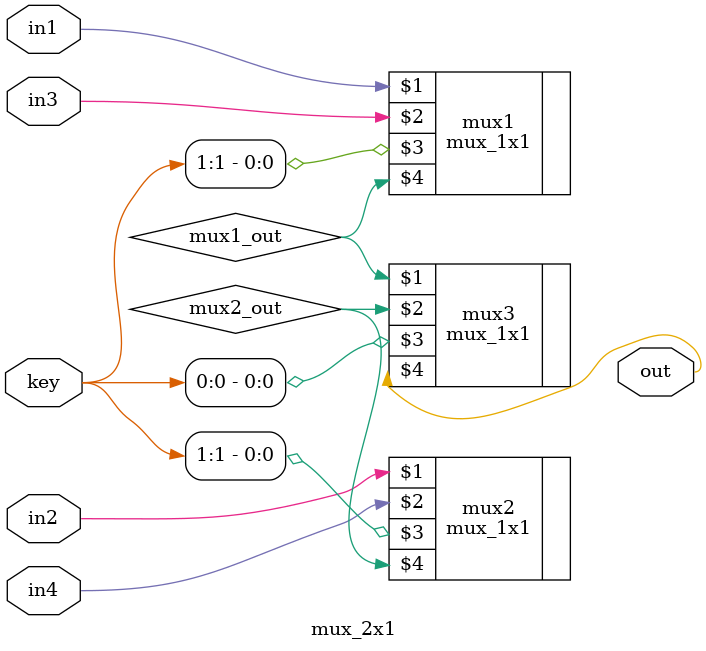
<source format=v>

`ifndef MULTIPLEXER_2X1
`define MULTIPLEXER_2X1

`include "mux_1x1.v"

module mux_2x1 (input in1, input in2, input in3, input in4, input [1:0] key, output out);

    wire mux1_out, mux2_out;
	
	mux_1x1 mux1(in1, in3, key[1], mux1_out);
	mux_1x1 mux2(in2, in4, key[1], mux2_out);
	mux_1x1 mux3(mux1_out, mux2_out, key[0], out);

endmodule

`endif
</source>
